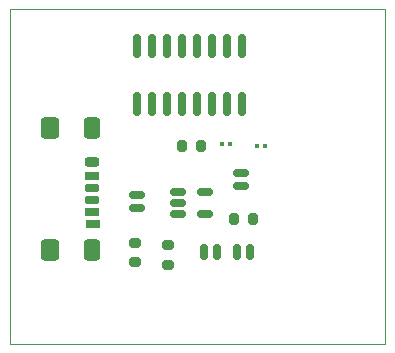
<source format=gbr>
%TF.GenerationSoftware,KiCad,Pcbnew,8.0.8*%
%TF.CreationDate,2025-06-30T12:02:42+05:30*%
%TF.ProjectId,Serial Basic CH340C,53657269-616c-4204-9261-736963204348,rev?*%
%TF.SameCoordinates,Original*%
%TF.FileFunction,Paste,Top*%
%TF.FilePolarity,Positive*%
%FSLAX46Y46*%
G04 Gerber Fmt 4.6, Leading zero omitted, Abs format (unit mm)*
G04 Created by KiCad (PCBNEW 8.0.8) date 2025-06-30 12:02:42*
%MOMM*%
%LPD*%
G01*
G04 APERTURE LIST*
G04 Aperture macros list*
%AMRoundRect*
0 Rectangle with rounded corners*
0 $1 Rounding radius*
0 $2 $3 $4 $5 $6 $7 $8 $9 X,Y pos of 4 corners*
0 Add a 4 corners polygon primitive as box body*
4,1,4,$2,$3,$4,$5,$6,$7,$8,$9,$2,$3,0*
0 Add four circle primitives for the rounded corners*
1,1,$1+$1,$2,$3*
1,1,$1+$1,$4,$5*
1,1,$1+$1,$6,$7*
1,1,$1+$1,$8,$9*
0 Add four rect primitives between the rounded corners*
20,1,$1+$1,$2,$3,$4,$5,0*
20,1,$1+$1,$4,$5,$6,$7,0*
20,1,$1+$1,$6,$7,$8,$9,0*
20,1,$1+$1,$8,$9,$2,$3,0*%
G04 Aperture macros list end*
%ADD10RoundRect,0.150000X-0.150000X0.825000X-0.150000X-0.825000X0.150000X-0.825000X0.150000X0.825000X0*%
%ADD11RoundRect,0.165000X0.165000X0.475000X-0.165000X0.475000X-0.165000X-0.475000X0.165000X-0.475000X0*%
%ADD12RoundRect,0.190000X0.410000X-0.190000X0.410000X0.190000X-0.410000X0.190000X-0.410000X-0.190000X0*%
%ADD13RoundRect,0.200000X-0.400000X0.200000X-0.400000X-0.200000X0.400000X-0.200000X0.400000X0.200000X0*%
%ADD14RoundRect,0.175000X0.425000X-0.175000X0.425000X0.175000X-0.425000X0.175000X-0.425000X-0.175000X0*%
%ADD15RoundRect,0.190000X-0.410000X0.190000X-0.410000X-0.190000X0.410000X-0.190000X0.410000X0.190000X0*%
%ADD16RoundRect,0.175000X-0.425000X0.175000X-0.425000X-0.175000X0.425000X-0.175000X0.425000X0.175000X0*%
%ADD17RoundRect,0.250000X-0.425000X0.650000X-0.425000X-0.650000X0.425000X-0.650000X0.425000X0.650000X0*%
%ADD18RoundRect,0.250000X-0.500000X0.650000X-0.500000X-0.650000X0.500000X-0.650000X0.500000X0.650000X0*%
%ADD19RoundRect,0.200000X-0.275000X0.200000X-0.275000X-0.200000X0.275000X-0.200000X0.275000X0.200000X0*%
%ADD20RoundRect,0.200000X-0.200000X-0.275000X0.200000X-0.275000X0.200000X0.275000X-0.200000X0.275000X0*%
%ADD21RoundRect,0.079500X-0.079500X-0.100500X0.079500X-0.100500X0.079500X0.100500X-0.079500X0.100500X0*%
%ADD22RoundRect,0.165000X-0.475000X0.165000X-0.475000X-0.165000X0.475000X-0.165000X0.475000X0.165000X0*%
%ADD23RoundRect,0.150000X-0.512500X-0.150000X0.512500X-0.150000X0.512500X0.150000X-0.512500X0.150000X0*%
%TA.AperFunction,Profile*%
%ADD24C,0.050000*%
%TD*%
G04 APERTURE END LIST*
D10*
%TO.C,U2*%
X123445000Y-50525000D03*
X122175000Y-50525000D03*
X120905000Y-50525000D03*
X119635000Y-50525000D03*
X118365000Y-50525000D03*
X117095000Y-50525000D03*
X115825000Y-50525000D03*
X114555000Y-50525000D03*
X114555000Y-55475000D03*
X115825000Y-55475000D03*
X117095000Y-55475000D03*
X118365000Y-55475000D03*
X119635000Y-55475000D03*
X120905000Y-55475000D03*
X122175000Y-55475000D03*
X123445000Y-55475000D03*
%TD*%
D11*
%TO.C,C1*%
X121340000Y-68000000D03*
X120260000Y-68000000D03*
%TD*%
D12*
%TO.C,P2*%
X110820000Y-65610000D03*
D13*
X110800000Y-60330000D03*
D14*
X110800000Y-63580000D03*
D15*
X110800000Y-61560000D03*
D16*
X110800000Y-62580000D03*
D12*
X110800000Y-64600000D03*
D17*
X110807500Y-57525000D03*
D18*
X107227500Y-57525000D03*
D17*
X110807500Y-67775000D03*
D18*
X107227500Y-67775000D03*
%TD*%
D19*
%TO.C,R2*%
X117200000Y-67400000D03*
X117200000Y-69050000D03*
%TD*%
D20*
%TO.C,R3*%
X118375000Y-59000000D03*
X120025000Y-59000000D03*
%TD*%
D21*
%TO.C,D2*%
X124735000Y-59000000D03*
X125425000Y-59000000D03*
%TD*%
D22*
%TO.C,C2*%
X123400000Y-61320000D03*
X123400000Y-62400000D03*
%TD*%
%TO.C,C4*%
X114600000Y-63200000D03*
X114600000Y-64280000D03*
%TD*%
D20*
%TO.C,R4*%
X122750000Y-65200000D03*
X124400000Y-65200000D03*
%TD*%
D19*
%TO.C,R1*%
X114400000Y-67200000D03*
X114400000Y-68850000D03*
%TD*%
D21*
%TO.C,D1*%
X121735000Y-58800000D03*
X122425000Y-58800000D03*
%TD*%
D23*
%TO.C,U1*%
X118062500Y-62900000D03*
X118062500Y-63850000D03*
X118062500Y-64800000D03*
X120337500Y-64800000D03*
X120337500Y-62900000D03*
%TD*%
D11*
%TO.C,C3*%
X124140000Y-68000000D03*
X123060000Y-68000000D03*
%TD*%
D24*
X103800000Y-47400000D02*
X135600000Y-47400000D01*
X135600000Y-75800000D01*
X103800000Y-75800000D01*
X103800000Y-47400000D01*
M02*

</source>
